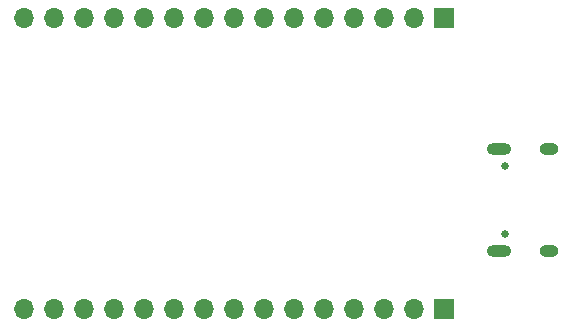
<source format=gbr>
%TF.GenerationSoftware,KiCad,Pcbnew,(6.0.0)*%
%TF.CreationDate,2022-01-20T22:55:17+08:00*%
%TF.ProjectId,NodeMcu,4e6f6465-4d63-4752-9e6b-696361645f70,rev?*%
%TF.SameCoordinates,Original*%
%TF.FileFunction,Soldermask,Bot*%
%TF.FilePolarity,Negative*%
%FSLAX46Y46*%
G04 Gerber Fmt 4.6, Leading zero omitted, Abs format (unit mm)*
G04 Created by KiCad (PCBNEW (6.0.0)) date 2022-01-20 22:55:17*
%MOMM*%
%LPD*%
G01*
G04 APERTURE LIST*
%ADD10R,1.700000X1.700000*%
%ADD11O,1.700000X1.700000*%
%ADD12C,0.650000*%
%ADD13O,1.600000X1.000000*%
%ADD14O,2.100000X1.000000*%
G04 APERTURE END LIST*
D10*
%TO.C,J1*%
X129675000Y-76625000D03*
D11*
X127135000Y-76625000D03*
X124595000Y-76625000D03*
X122055000Y-76625000D03*
X119515000Y-76625000D03*
X116975000Y-76625000D03*
X114435000Y-76625000D03*
X111895000Y-76625000D03*
X109355000Y-76625000D03*
X106815000Y-76625000D03*
X104275000Y-76625000D03*
X101735000Y-76625000D03*
X99195000Y-76625000D03*
X96655000Y-76625000D03*
X94115000Y-76625000D03*
%TD*%
D10*
%TO.C,J2*%
X129675000Y-51950000D03*
D11*
X127135000Y-51950000D03*
X124595000Y-51950000D03*
X122055000Y-51950000D03*
X119515000Y-51950000D03*
X116975000Y-51950000D03*
X114435000Y-51950000D03*
X111895000Y-51950000D03*
X109355000Y-51950000D03*
X106815000Y-51950000D03*
X104275000Y-51950000D03*
X101735000Y-51950000D03*
X99195000Y-51950000D03*
X96655000Y-51950000D03*
X94115000Y-51950000D03*
%TD*%
D12*
%TO.C,J3*%
X134910000Y-64485000D03*
X134910000Y-70265000D03*
D13*
X138560000Y-71695000D03*
D14*
X134380000Y-71695000D03*
X134380000Y-63055000D03*
D13*
X138560000Y-63055000D03*
%TD*%
M02*

</source>
